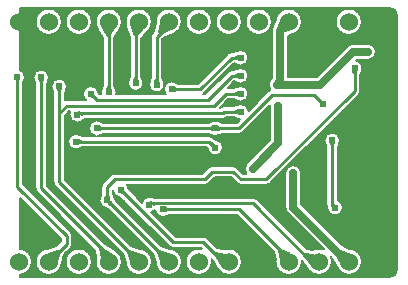
<source format=gbl>
G04 Layer: BottomLayer*
G04 EasyEDA Pro v1.7.31, 2022-10-01 17:20:27*
G04 Gerber Generator version 0.3*
G04 Scale: 100 percent, Rotated: No, Reflected: No*
G04 Dimensions in millimeters*
G04 Leading zeros omitted, absolute positions, 3 integers and 3 decimals*
%FSLAX33Y33*%
%MOMM*%
%ADD999C,0.2032*%
%ADD10C,1.524*%
%ADD11C,0.610001*%
%ADD12C,0.254*%
%ADD13C,0.635*%
G75*


G04 Copper Start*
G36*
G01X41679Y3988D02*
G02X41097Y3406I-582J0D01*
G01X9754D01*
G01Y3584D01*
G03X10772Y4699I-102J1115D01*
G03X9754Y5814I-1120J0D01*
G01Y10134D01*
G01X13231Y6657D01*
G01Y6424D01*
G01X12831Y6024D01*
G01X12080Y5814D01*
G03X11072Y4699I112J-1115D01*
G03X12192Y3579I1120J0D01*
G03X13307Y4587I0J1120D01*
G01X13517Y5338D01*
G01X14059Y5880D01*
G03X14201Y6223I-343J343D01*
G01Y6858D01*
G03X14059Y7201I-485J0D01*
G01X10010Y11250D01*
G01Y19868D01*
G03X10188Y20320I-485J452D01*
G03X9754Y20942I-663J0D01*
G01Y26185D01*
G01X41097D01*
G02X41679Y25603I0J-582D01*
G01Y3988D01*
G37*
%LPC*%
G36*
G01X19812Y3579D02*
G03X20932Y4699I0J1120D01*
G03X19924Y5814I-1120J0D01*
G01X19173Y6024D01*
G01X13566Y11631D01*
G01Y17071D01*
G01X13917Y17422D01*
G01X14002D01*
G03X13942Y17145I603J-277D01*
G03X14605Y16482I663J0D01*
G03X15126Y16735I0J663D01*
G01X15248Y16787D01*
G01X26924D01*
G03X27251Y16914I0J485D01*
G01X27873D01*
G01X28080Y16848D01*
G03X28373Y16740I368J551D01*
G01X28120Y16487D01*
G01X26864D01*
G01X26657Y16553D01*
G03X26289Y16665I-368J-551D01*
G03X25921Y16553I0J-663D01*
G01X25714Y16487D01*
G01X16831D01*
G01X16624Y16553D01*
G03X16256Y16665I-368J-551D01*
G03X15593Y16002I0J-663D01*
G03X16172Y15344I663J0D01*
G01X15053D01*
G01X14846Y15410D01*
G03X14478Y15522I-368J-551D01*
G03X13815Y14859I0J-663D01*
G03X14478Y14196I663J0D01*
G03X14846Y14308I0J663D01*
G01X15053Y14374D01*
G01X25560D01*
G01X25639Y14222D01*
G03X26289Y13688I650J129D01*
G03X26952Y14351I0J663D01*
G03X26418Y15001I-663J0D01*
G01X26226Y15100D01*
G01X26124Y15202D01*
G03X25781Y15344I-343J-343D01*
G01X16340D01*
G03X16624Y15451I-84J658D01*
G01X16831Y15517D01*
G01X25714D01*
G01X25921Y15451D01*
G03X26289Y15339I368J551D01*
G03X26657Y15451I0J663D01*
G01X26864Y15517D01*
G01X28321D01*
G03X28664Y15659I0J485D01*
G01X30948Y17943D01*
G03X30947Y17907I675J-36D01*
G01Y15012D01*
G01X28986Y13051D01*
G03X28788Y12573I478J-478D01*
G03X28922Y12169I676J0D01*
G01X28649D01*
G01X28156Y12662D01*
G03X27813Y12804I-343J-343D01*
G01X26035D01*
G03X25692Y12662I0J-485D01*
G01X25199Y12169D01*
G01X17780D01*
G03X17437Y12027I0J-485D01*
G01X16802Y11392D01*
G03X16660Y11049I343J-343D01*
G01Y10481D01*
G01X16594Y10274D01*
G03X16482Y9906I551J-368D01*
G03X17016Y9256I663J0D01*
G01X17208Y9157D01*
G01X21027Y5338D01*
G01X21237Y4587D01*
G03X22352Y3579I1115J112D01*
G03X23472Y4699I0J1120D01*
G03X22464Y5814I-1120J0D01*
G01X21713Y6024D01*
G01X17894Y9843D01*
G01X17795Y10035D01*
G03X17696Y10274I-650J-129D01*
G01X17630Y10481D01*
G01Y10711D01*
G03X18159Y10145I658J84D01*
G01X18351Y10046D01*
G01X22390Y6007D01*
G03X22733Y5865I343J343D01*
G01X25072D01*
G01X25147Y5790D01*
G03X24892Y5819I-255J-1091D01*
G03X23772Y4699I0J-1120D01*
G03X24892Y3579I1120J0D01*
G03X26012Y4699I0J1120D01*
G03X25990Y4920I-1120J0D01*
G01X26468Y4128D01*
G01X26479Y4110D01*
G03X27432Y3579I953J589D01*
G03X28552Y4699I0J1120D01*
G03X27432Y5819I-1120J0D01*
G03X27068Y5758I0J-1120D01*
G01X26482Y5827D01*
G01X25616Y6693D01*
G03X25273Y6835I-343J-343D01*
G01X22934D01*
G01X20882Y8887D01*
G03X21185Y9072I-181J638D01*
G03X21844Y8481I659J72D01*
G03X22212Y8593I0J663D01*
G01X22419Y8659D01*
G01X28120D01*
G01X31282Y5497D01*
G01X31399Y4826D01*
G03X31392Y4699I1113J-127D01*
G03X32512Y3579I1120J0D01*
G03X33632Y4699I0J1120D01*
G03X33630Y4762I-1120J0D01*
G01X34106Y4099D01*
G03X34190Y3984I946J600D01*
G03X35052Y3579I862J715D01*
G03X36172Y4699I0J1120D01*
G03X36091Y5117I-1120J0D01*
G01X36129Y5079D01*
G01X36504Y4431D01*
G03X37592Y3579I1088J268D01*
G03X38712Y4699I0J1120D01*
G03X37627Y5819I-1120J0D01*
G01X37020Y6100D01*
G01X33569Y9551D01*
G01Y12206D01*
G03X32893Y12882I-676J0D01*
G01X32879D01*
G03X32203Y12206I0J-676D01*
G03X32217Y12069I676J0D01*
G01Y9271D01*
G03X32415Y8793I676J0D01*
G01X35470Y5738D01*
G03X35052Y5819I-418J-1039D01*
G03X34572Y5711I0J-1120D01*
G01X34023Y5779D01*
G01X29807Y9995D01*
G03X29464Y10137I-343J-343D01*
G01X21174D01*
G01X20854Y10170D01*
G03X20701Y10188I-153J-645D01*
G03X20063Y9706I0J-663D01*
G01X19037Y10732D01*
G01X18938Y10924D01*
G03X18814Y11199I-650J-129D01*
G01X25400D01*
G03X25743Y11341I0J485D01*
G01X26236Y11834D01*
G01X27612D01*
G01X28105Y11341D01*
G03X28448Y11199I343J343D01*
G01X30607D01*
G03X30950Y11341I0J485D01*
G01X38443Y18834D01*
G03X38585Y19177I-343J343D01*
G01Y20507D01*
G01X38651Y20714D01*
G03X38763Y21082I-551J368D01*
G03X38189Y21739I-663J0D01*
G01X38253Y21803D01*
G01X39243D01*
G03X39919Y22479I0J676D01*
G03X39243Y23155I-676J0D01*
G01X37973D01*
G03X37495Y22957I0J-676D01*
G01X34899Y20361D01*
G01X32426D01*
G01Y23823D01*
G01X32642Y23906D01*
G03X33632Y25019I-130J1113D01*
G03X32512Y26139I-1120J0D01*
G03X31399Y25149I0J-1120D01*
G01X31213Y24668D01*
G03X31074Y24257I537J-411D01*
G01Y20248D01*
G01X31006Y20180D01*
G03X30808Y19702I478J-478D01*
G03X30973Y19260I676J0D01*
G03X30772Y19139I142J-464D01*
G01X29107Y17474D01*
G03X28448Y18062I-659J-75D01*
G03X28080Y17950I0J-663D01*
G01X27873Y17884D01*
G01X27051D01*
G03X26724Y17757I0J-485D01*
G01X26698D01*
G01X27379Y18438D01*
G01X27873D01*
G01X28080Y18372D01*
G03X28448Y18260I368J551D01*
G03X29111Y18923I0J663D01*
G03X28448Y19586I-663J0D01*
G03X28080Y19474I0J-663D01*
G01X27873Y19408D01*
G01X27333D01*
G01X27884Y19959D01*
G01X28080Y19896D01*
G03X28448Y19784I368J551D01*
G03X29111Y20447I0J663D01*
G03X28448Y21110I-663J0D01*
G03X28080Y20998I0J-663D01*
G01X27873Y20932D01*
G01X27686D01*
G03X27343Y20790I0J-485D01*
G01X25453Y18900D01*
G01X25288D01*
G03X25362Y18961I-269J404D01*
G01X27884Y21483D01*
G01X28080Y21420D01*
G03X28448Y21308I368J551D01*
G03X29111Y21971I0J663D01*
G03X28448Y22634I-663J0D01*
G03X28080Y22522I0J-663D01*
G01X27873Y22456D01*
G01X27686D01*
G03X27343Y22314I0J-485D01*
G01X24818Y19789D01*
G01X23181D01*
G01X22974Y19855D01*
G03X22606Y19967I-368J-551D01*
G03X21975Y19509I0J-663D01*
G03X21999Y19685I-639J176D01*
G03X21887Y20053I-663J0D01*
G01X21821Y20260D01*
G01Y23548D01*
G01X21883Y23609D01*
G01X22702Y23955D01*
G03X23472Y25019I-350J1064D01*
G03X22352Y26139I-1120J0D01*
G03X21232Y25019I0J-1120D01*
G03X21239Y24892I1120J0D01*
G01X21122Y24221D01*
G01X20993Y24092D01*
G03X20851Y23749I343J-343D01*
G01Y20260D01*
G01X20785Y20053D01*
G03X20673Y19685I551J-368D01*
G03X21336Y19022I663J0D01*
G03X21967Y19480I0J663D01*
G03X21943Y19304I639J-176D01*
G03X22080Y18900I663J0D01*
G01X17918D01*
G03X17935Y19050I-646J150D01*
G03X17823Y19418I-663J0D01*
G01X17757Y19625D01*
G01Y23630D01*
G01X18139Y24310D01*
G03X18392Y25019I-867J709D01*
G03X17272Y26139I-1120J0D01*
G03X16152Y25019I0J-1120D01*
G03X16405Y24310I1120J0D01*
G01X16787Y23630D01*
G01Y19625D01*
G01X16721Y19418D01*
G03X16609Y19050I551J-368D01*
G03X16626Y18900I663J0D01*
G01X16477D01*
G01X16398Y19052D01*
G03X15748Y19586I-650J-129D01*
G03X15085Y18923I0J-663D01*
G03X15351Y18392I663J0D01*
G01X13716D01*
G03X13566Y18368I0J-485D01*
G01Y18983D01*
G01X13632Y19190D01*
G03X13744Y19558I-551J368D01*
G03X13081Y20221I-663J0D01*
G03X12418Y19558I0J-663D01*
G03X12530Y19190I663J0D01*
G01X12596Y18983D01*
G01Y17272D01*
G01Y11430D01*
G03X12738Y11087I485J0D01*
G01X18487Y5338D01*
G01X18697Y4587D01*
G03X19812Y3579I1115J112D01*
G37*
G36*
G01X17272Y3579D02*
G03X18392Y4699I0J1120D01*
G03X17861Y5652I-1120J0D01*
G01X17843Y5663D01*
G01X16983Y6182D01*
G01X12042Y11123D01*
G01Y19745D01*
G01X12108Y19952D01*
G03X12220Y20320I-551J368D01*
G03X11557Y20983I-663J0D01*
G03X10894Y20320I0J-663D01*
G03X11006Y19952I663J0D01*
G01X11072Y19745D01*
G01Y10922D01*
G03X11214Y10579I485J0D01*
G01X16144Y5649D01*
G01X16213Y5063D01*
G03X16152Y4699I1059J-364D01*
G03X17272Y3579I1120J0D01*
G37*
G36*
G01X19558Y19149D02*
G03X20221Y19812I0J663D01*
G03X20109Y20180I-663J0D01*
G01X20043Y20387D01*
G01Y23570D01*
G01X20428Y24084D01*
G03X20932Y25019I-616J935D01*
G03X19812Y26139I-1120J0D01*
G03X18692Y25019I0J-1120D01*
G03X18769Y24610I1120J0D01*
G01X19073Y23720D01*
G01Y20387D01*
G01X19007Y20180D01*
G03X18895Y19812I551J-368D01*
G03X19558Y19149I663J0D01*
G37*
G36*
G01X35790Y9198D02*
G03X36449Y8608I659J73D01*
G03X37112Y9271I0J663D01*
G03X36680Y9893I-663J0D01*
G01Y14411D01*
G01X36746Y14618D01*
G03X36858Y14986I-551J368D01*
G03X36195Y15649I-663J0D01*
G03X35532Y14986I0J-663D01*
G03X35644Y14618I663J0D01*
G01X35710Y14411D01*
G01Y9525D01*
G03X35770Y9291I485J0D01*
G01X35790Y9198D01*
G37*
G36*
G01X13612Y4699D02*
G03X14732Y3579I1120J0D01*
G03X15852Y4699I0J1120D01*
G03X14732Y5819I-1120J0D01*
G03X13612Y4699I0J-1120D01*
G37*
G36*
G01X12192Y23899D02*
G03X13312Y25019I0J1120D01*
G03X12192Y26139I-1120J0D01*
G03X11072Y25019I0J-1120D01*
G03X12192Y23899I1120J0D01*
G37*
G36*
G01X37592Y23899D02*
G03X38712Y25019I0J1120D01*
G03X37592Y26139I-1120J0D01*
G03X36472Y25019I0J-1120D01*
G03X37592Y23899I1120J0D01*
G37*
G36*
G01X28852Y25019D02*
G03X29972Y23899I1120J0D01*
G03X31092Y25019I0J1120D01*
G03X29972Y26139I-1120J0D01*
G03X28852Y25019I0J-1120D01*
G37*
G36*
G01X24892Y23899D02*
G03X26012Y25019I0J1120D01*
G03X24892Y26139I-1120J0D01*
G03X23772Y25019I0J-1120D01*
G03X24892Y23899I1120J0D01*
G37*
G36*
G01X14732Y23899D02*
G03X15852Y25019I0J1120D01*
G03X14732Y26139I-1120J0D01*
G03X13612Y25019I0J-1120D01*
G03X14732Y23899I1120J0D01*
G37*
G36*
G01X26312Y25019D02*
G03X27432Y23899I1120J0D01*
G03X28552Y25019I0J1120D01*
G03X27432Y26139I-1120J0D01*
G03X26312Y25019I0J-1120D01*
G37*
%LPD*%
G54D999*
G01X41679Y3988D02*
G02X41097Y3406I-582J0D01*
G01X9754D01*
G01Y3584D01*
G03X10772Y4699I-102J1115D01*
G03X9754Y5814I-1120J0D01*
G01Y10134D01*
G01X13231Y6657D01*
G01Y6424D01*
G01X12831Y6024D01*
G01X12080Y5814D01*
G03X11072Y4699I112J-1115D01*
G03X12192Y3579I1120J0D01*
G03X13307Y4587I0J1120D01*
G01X13517Y5338D01*
G01X14059Y5880D01*
G03X14201Y6223I-343J343D01*
G01Y6858D01*
G03X14059Y7201I-485J0D01*
G01X10010Y11250D01*
G01Y19868D01*
G03X10188Y20320I-485J452D01*
G03X9754Y20942I-663J0D01*
G01Y26185D01*
G01X41097D01*
G02X41679Y25603I0J-582D01*
G01Y3988D01*
G01X19812Y3579D02*
G03X20932Y4699I0J1120D01*
G03X19924Y5814I-1120J0D01*
G01X19173Y6024D01*
G01X13566Y11631D01*
G01Y17071D01*
G01X13917Y17422D01*
G01X14002D01*
G03X13942Y17145I603J-277D01*
G03X14605Y16482I663J0D01*
G03X15126Y16735I0J663D01*
G01X15248Y16787D01*
G01X26924D01*
G03X27251Y16914I0J485D01*
G01X27873D01*
G01X28080Y16848D01*
G03X28373Y16740I368J551D01*
G01X28120Y16487D01*
G01X26864D01*
G01X26657Y16553D01*
G03X26289Y16665I-368J-551D01*
G03X25921Y16553I0J-663D01*
G01X25714Y16487D01*
G01X16831D01*
G01X16624Y16553D01*
G03X16256Y16665I-368J-551D01*
G03X15593Y16002I0J-663D01*
G03X16172Y15344I663J0D01*
G01X15053D01*
G01X14846Y15410D01*
G03X14478Y15522I-368J-551D01*
G03X13815Y14859I0J-663D01*
G03X14478Y14196I663J0D01*
G03X14846Y14308I0J663D01*
G01X15053Y14374D01*
G01X25560D01*
G01X25639Y14222D01*
G03X26289Y13688I650J129D01*
G03X26952Y14351I0J663D01*
G03X26418Y15001I-663J0D01*
G01X26226Y15100D01*
G01X26124Y15202D01*
G03X25781Y15344I-343J-343D01*
G01X16340D01*
G03X16624Y15451I-84J658D01*
G01X16831Y15517D01*
G01X25714D01*
G01X25921Y15451D01*
G03X26289Y15339I368J551D01*
G03X26657Y15451I0J663D01*
G01X26864Y15517D01*
G01X28321D01*
G03X28664Y15659I0J485D01*
G01X30948Y17943D01*
G03X30947Y17907I675J-36D01*
G01Y15012D01*
G01X28986Y13051D01*
G03X28788Y12573I478J-478D01*
G03X28922Y12169I676J0D01*
G01X28649D01*
G01X28156Y12662D01*
G03X27813Y12804I-343J-343D01*
G01X26035D01*
G03X25692Y12662I0J-485D01*
G01X25199Y12169D01*
G01X17780D01*
G03X17437Y12027I0J-485D01*
G01X16802Y11392D01*
G03X16660Y11049I343J-343D01*
G01Y10481D01*
G01X16594Y10274D01*
G03X16482Y9906I551J-368D01*
G03X17016Y9256I663J0D01*
G01X17208Y9157D01*
G01X21027Y5338D01*
G01X21237Y4587D01*
G03X22352Y3579I1115J112D01*
G03X23472Y4699I0J1120D01*
G03X22464Y5814I-1120J0D01*
G01X21713Y6024D01*
G01X17894Y9843D01*
G01X17795Y10035D01*
G03X17696Y10274I-650J-129D01*
G01X17630Y10481D01*
G01Y10711D01*
G03X18159Y10145I658J84D01*
G01X18351Y10046D01*
G01X22390Y6007D01*
G03X22733Y5865I343J343D01*
G01X25072D01*
G01X25147Y5790D01*
G03X24892Y5819I-255J-1091D01*
G03X23772Y4699I0J-1120D01*
G03X24892Y3579I1120J0D01*
G03X26012Y4699I0J1120D01*
G03X25990Y4920I-1120J0D01*
G01X26468Y4128D01*
G01X26479Y4110D01*
G03X27432Y3579I953J589D01*
G03X28552Y4699I0J1120D01*
G03X27432Y5819I-1120J0D01*
G03X27068Y5758I0J-1120D01*
G01X26482Y5827D01*
G01X25616Y6693D01*
G03X25273Y6835I-343J-343D01*
G01X22934D01*
G01X20882Y8887D01*
G03X21185Y9072I-181J638D01*
G03X21844Y8481I659J72D01*
G03X22212Y8593I0J663D01*
G01X22419Y8659D01*
G01X28120D01*
G01X31282Y5497D01*
G01X31399Y4826D01*
G03X31392Y4699I1113J-127D01*
G03X32512Y3579I1120J0D01*
G03X33632Y4699I0J1120D01*
G03X33630Y4762I-1120J0D01*
G01X34106Y4099D01*
G03X34190Y3984I946J600D01*
G03X35052Y3579I862J715D01*
G03X36172Y4699I0J1120D01*
G03X36091Y5117I-1120J0D01*
G01X36129Y5079D01*
G01X36504Y4431D01*
G03X37592Y3579I1088J268D01*
G03X38712Y4699I0J1120D01*
G03X37627Y5819I-1120J0D01*
G01X37020Y6100D01*
G01X33569Y9551D01*
G01Y12206D01*
G03X32893Y12882I-676J0D01*
G01X32879D01*
G03X32203Y12206I0J-676D01*
G03X32217Y12069I676J0D01*
G01Y9271D01*
G03X32415Y8793I676J0D01*
G01X35470Y5738D01*
G03X35052Y5819I-418J-1039D01*
G03X34572Y5711I0J-1120D01*
G01X34023Y5779D01*
G01X29807Y9995D01*
G03X29464Y10137I-343J-343D01*
G01X21174D01*
G01X20854Y10170D01*
G03X20701Y10188I-153J-645D01*
G03X20063Y9706I0J-663D01*
G01X19037Y10732D01*
G01X18938Y10924D01*
G03X18814Y11199I-650J-129D01*
G01X25400D01*
G03X25743Y11341I0J485D01*
G01X26236Y11834D01*
G01X27612D01*
G01X28105Y11341D01*
G03X28448Y11199I343J343D01*
G01X30607D01*
G03X30950Y11341I0J485D01*
G01X38443Y18834D01*
G03X38585Y19177I-343J343D01*
G01Y20507D01*
G01X38651Y20714D01*
G03X38763Y21082I-551J368D01*
G03X38189Y21739I-663J0D01*
G01X38253Y21803D01*
G01X39243D01*
G03X39919Y22479I0J676D01*
G03X39243Y23155I-676J0D01*
G01X37973D01*
G03X37495Y22957I0J-676D01*
G01X34899Y20361D01*
G01X32426D01*
G01Y23823D01*
G01X32642Y23906D01*
G03X33632Y25019I-130J1113D01*
G03X32512Y26139I-1120J0D01*
G03X31399Y25149I0J-1120D01*
G01X31213Y24668D01*
G03X31074Y24257I537J-411D01*
G01Y20248D01*
G01X31006Y20180D01*
G03X30808Y19702I478J-478D01*
G03X30973Y19260I676J0D01*
G03X30772Y19139I142J-464D01*
G01X29107Y17474D01*
G03X28448Y18062I-659J-75D01*
G03X28080Y17950I0J-663D01*
G01X27873Y17884D01*
G01X27051D01*
G03X26724Y17757I0J-485D01*
G01X26698D01*
G01X27379Y18438D01*
G01X27873D01*
G01X28080Y18372D01*
G03X28448Y18260I368J551D01*
G03X29111Y18923I0J663D01*
G03X28448Y19586I-663J0D01*
G03X28080Y19474I0J-663D01*
G01X27873Y19408D01*
G01X27333D01*
G01X27884Y19959D01*
G01X28080Y19896D01*
G03X28448Y19784I368J551D01*
G03X29111Y20447I0J663D01*
G03X28448Y21110I-663J0D01*
G03X28080Y20998I0J-663D01*
G01X27873Y20932D01*
G01X27686D01*
G03X27343Y20790I0J-485D01*
G01X25453Y18900D01*
G01X25288D01*
G03X25362Y18961I-269J404D01*
G01X27884Y21483D01*
G01X28080Y21420D01*
G03X28448Y21308I368J551D01*
G03X29111Y21971I0J663D01*
G03X28448Y22634I-663J0D01*
G03X28080Y22522I0J-663D01*
G01X27873Y22456D01*
G01X27686D01*
G03X27343Y22314I0J-485D01*
G01X24818Y19789D01*
G01X23181D01*
G01X22974Y19855D01*
G03X22606Y19967I-368J-551D01*
G03X21975Y19509I0J-663D01*
G03X21999Y19685I-639J176D01*
G03X21887Y20053I-663J0D01*
G01X21821Y20260D01*
G01Y23548D01*
G01X21883Y23609D01*
G01X22702Y23955D01*
G03X23472Y25019I-350J1064D01*
G03X22352Y26139I-1120J0D01*
G03X21232Y25019I0J-1120D01*
G03X21239Y24892I1120J0D01*
G01X21122Y24221D01*
G01X20993Y24092D01*
G03X20851Y23749I343J-343D01*
G01Y20260D01*
G01X20785Y20053D01*
G03X20673Y19685I551J-368D01*
G03X21336Y19022I663J0D01*
G03X21967Y19480I0J663D01*
G03X21943Y19304I639J-176D01*
G03X22080Y18900I663J0D01*
G01X17918D01*
G03X17935Y19050I-646J150D01*
G03X17823Y19418I-663J0D01*
G01X17757Y19625D01*
G01Y23630D01*
G01X18139Y24310D01*
G03X18392Y25019I-867J709D01*
G03X17272Y26139I-1120J0D01*
G03X16152Y25019I0J-1120D01*
G03X16405Y24310I1120J0D01*
G01X16787Y23630D01*
G01Y19625D01*
G01X16721Y19418D01*
G03X16609Y19050I551J-368D01*
G03X16626Y18900I663J0D01*
G01X16477D01*
G01X16398Y19052D01*
G03X15748Y19586I-650J-129D01*
G03X15085Y18923I0J-663D01*
G03X15351Y18392I663J0D01*
G01X13716D01*
G03X13566Y18368I0J-485D01*
G01Y18983D01*
G01X13632Y19190D01*
G03X13744Y19558I-551J368D01*
G03X13081Y20221I-663J0D01*
G03X12418Y19558I0J-663D01*
G03X12530Y19190I663J0D01*
G01X12596Y18983D01*
G01Y17272D01*
G01Y11430D01*
G03X12738Y11087I485J0D01*
G01X18487Y5338D01*
G01X18697Y4587D01*
G03X19812Y3579I1115J112D01*
G01X17272Y3579D02*
G03X18392Y4699I0J1120D01*
G03X17861Y5652I-1120J0D01*
G01X17843Y5663D01*
G01X16983Y6182D01*
G01X12042Y11123D01*
G01Y19745D01*
G01X12108Y19952D01*
G03X12220Y20320I-551J368D01*
G03X11557Y20983I-663J0D01*
G03X10894Y20320I0J-663D01*
G03X11006Y19952I663J0D01*
G01X11072Y19745D01*
G01Y10922D01*
G03X11214Y10579I485J0D01*
G01X16144Y5649D01*
G01X16213Y5063D01*
G03X16152Y4699I1059J-364D01*
G03X17272Y3579I1120J0D01*
G01X19558Y19149D02*
G03X20221Y19812I0J663D01*
G03X20109Y20180I-663J0D01*
G01X20043Y20387D01*
G01Y23570D01*
G01X20428Y24084D01*
G03X20932Y25019I-616J935D01*
G03X19812Y26139I-1120J0D01*
G03X18692Y25019I0J-1120D01*
G03X18769Y24610I1120J0D01*
G01X19073Y23720D01*
G01Y20387D01*
G01X19007Y20180D01*
G03X18895Y19812I551J-368D01*
G03X19558Y19149I663J0D01*
G01X35790Y9198D02*
G03X36449Y8608I659J73D01*
G03X37112Y9271I0J663D01*
G03X36680Y9893I-663J0D01*
G01Y14411D01*
G01X36746Y14618D01*
G03X36858Y14986I-551J368D01*
G03X36195Y15649I-663J0D01*
G03X35532Y14986I0J-663D01*
G03X35644Y14618I663J0D01*
G01X35710Y14411D01*
G01Y9525D01*
G03X35770Y9291I485J0D01*
G01X35790Y9198D01*
G01X13612Y4699D02*
G03X14732Y3579I1120J0D01*
G03X15852Y4699I0J1120D01*
G03X14732Y5819I-1120J0D01*
G03X13612Y4699I0J-1120D01*
G01X12192Y23899D02*
G03X13312Y25019I0J1120D01*
G03X12192Y26139I-1120J0D01*
G03X11072Y25019I0J-1120D01*
G03X12192Y23899I1120J0D01*
G01X37592Y23899D02*
G03X38712Y25019I0J1120D01*
G03X37592Y26139I-1120J0D01*
G03X36472Y25019I0J-1120D01*
G03X37592Y23899I1120J0D01*
G01X28852Y25019D02*
G03X29972Y23899I1120J0D01*
G03X31092Y25019I0J1120D01*
G03X29972Y26139I-1120J0D01*
G03X28852Y25019I0J-1120D01*
G01X24892Y23899D02*
G03X26012Y25019I0J1120D01*
G03X24892Y26139I-1120J0D01*
G03X23772Y25019I0J-1120D01*
G03X24892Y23899I1120J0D01*
G01X14732Y23899D02*
G03X15852Y25019I0J1120D01*
G03X14732Y26139I-1120J0D01*
G03X13612Y25019I0J-1120D01*
G03X14732Y23899I1120J0D01*
G01X26312Y25019D02*
G03X27432Y23899I1120J0D01*
G03X28552Y25019I0J1120D01*
G03X27432Y26139I-1120J0D01*
G03X26312Y25019I0J-1120D01*
G04 Copper End*

G04 Tear Start*
G36*
G01X17673Y5347D02*
G01X16761Y5898D01*
G01X16485Y5814D01*
G01X16579Y5015D01*
G01X17673Y5347D01*
G37*
G36*
G01X12953Y4651D02*
G01X13198Y5525D01*
G01X13018Y5705D01*
G01X12144Y5460D01*
G01X12953Y4651D01*
G37*
G36*
G01X19860Y5460D02*
G01X18986Y5705D01*
G01X18806Y5525D01*
G01X19051Y4651D01*
G01X19860Y5460D01*
G37*
G36*
G01X22400Y5460D02*
G01X21526Y5705D01*
G01X21346Y5525D01*
G01X21591Y4651D01*
G01X22400Y5460D01*
G37*
G36*
G01X27116Y5392D02*
G01X26317Y5486D01*
G01X26233Y5210D01*
G01X26784Y4298D01*
G01X27116Y5392D01*
G37*
G36*
G01X34642Y5342D02*
G01X33857Y5439D01*
G01X33808Y5128D01*
G01X34466Y4212D01*
G01X34642Y5342D01*
G37*
G36*
G01X37550Y5460D02*
G01X36811Y5802D01*
G01X36416Y5299D01*
G01X36842Y4562D01*
G01X37550Y5460D01*
G37*
G36*
G01X32738Y5427D02*
G01X31839Y5806D01*
G01X31616Y5670D01*
G01X31762Y4832D01*
G01X32738Y5427D01*
G37*
G36*
G01X19105Y24734D02*
G01X19431Y23780D01*
G01X19685Y23690D01*
G01X20183Y24353D01*
G01X19105Y24734D01*
G37*
G36*
G01X21602Y24886D02*
G01X21456Y24048D01*
G01X21679Y23912D01*
G01X22578Y24291D01*
G01X21602Y24886D01*
G37*
G36*
G01X31751Y25067D02*
G01X31525Y24482D01*
G01X31975Y24032D01*
G01X32560Y24258D01*
G01X31751Y25067D01*
G37*
G36*
G01X16701Y24515D02*
G01X17145Y23724D01*
G01X17399D01*
G01X17844Y24515D01*
G01X16701D01*
G37*
G36*
G01X11328Y20118D02*
G01X11430Y19801D01*
G01X11684D01*
G01X11786Y20118D01*
G01X11328D01*
G37*
G36*
G01X12852Y19356D02*
G01X12954Y19039D01*
G01X13208D01*
G01X13310Y19356D01*
G01X12852D01*
G37*
G36*
G01X28246Y20676D02*
G01X27929Y20574D01*
G01Y20320D01*
G01X28246Y20218D01*
G01Y20676D01*
G37*
G36*
G01X28246Y22200D02*
G01X27929Y22098D01*
G01Y21844D01*
G01X28246Y21742D01*
G01Y22200D01*
G37*
G36*
G01X22808Y19075D02*
G01X23125Y19177D01*
G01Y19431D01*
G01X22808Y19533D01*
G01Y19075D01*
G37*
G36*
G01X28246Y17628D02*
G01X27929Y17526D01*
G01Y17272D01*
G01X28246Y17170D01*
G01Y17628D01*
G37*
G36*
G01X26308Y14655D02*
G01X26012Y14807D01*
G01X25833Y14628D01*
G01X25985Y14332D01*
G01X26308Y14655D01*
G37*
G36*
G01X26087Y16231D02*
G01X25770Y16129D01*
G01Y15875D01*
G01X26087Y15773D01*
G01Y16231D01*
G37*
G36*
G01X26491Y15773D02*
G01X26808Y15875D01*
G01Y16129D01*
G01X26491Y16231D01*
G01Y15773D01*
G37*
G36*
G01X14884Y17021D02*
G01X15175Y17145D01*
G01X15059Y17399D01*
G01X14693Y17437D01*
G01X14884Y17021D01*
G37*
G36*
G01X16458Y15773D02*
G01X16775Y15875D01*
G01Y16129D01*
G01X16458Y16231D01*
G01Y15773D01*
G37*
G36*
G01X14680Y14630D02*
G01X14997Y14732D01*
G01Y14986D01*
G01X14680Y15088D01*
G01Y14630D01*
G37*
G36*
G01X17374Y10108D02*
G01X17272Y10425D01*
G01X17018D01*
G01X16916Y10108D01*
G01X17374D01*
G37*
G36*
G01X17126Y9602D02*
G01X17422Y9450D01*
G01X17601Y9629D01*
G01X17449Y9925D01*
G01X17126Y9602D01*
G37*
G36*
G01X28246Y19152D02*
G01X27929Y19050D01*
G01Y18796D01*
G01X28246Y18694D01*
G01Y19152D01*
G37*
G36*
G01X18269Y10491D02*
G01X18565Y10339D01*
G01X18744Y10518D01*
G01X18592Y10814D01*
G01X18269Y10491D01*
G37*
G36*
G01X35452Y18338D02*
G01X35156Y18490D01*
G01X34977Y18311D01*
G01X35129Y18015D01*
G01X35452Y18338D01*
G37*
G36*
G01X36468Y9575D02*
G01X36285Y9615D01*
G01X36105Y9435D01*
G01X36145Y9252D01*
G01X36468Y9575D01*
G37*
G36*
G01X35966Y14784D02*
G01X36068Y14467D01*
G01X36322D01*
G01X36424Y14784D01*
G01X35966D01*
G37*
G36*
G01X37871Y20880D02*
G01X37973Y20563D01*
G01X38227D01*
G01X38329Y20880D01*
G01X37871D01*
G37*
G36*
G01X22046Y8915D02*
G01X22363Y9017D01*
G01Y9271D01*
G01X22046Y9373D01*
G01Y8915D01*
G37*
G36*
G01X20980Y9401D02*
G01X21271Y9525D01*
G01X21155Y9779D01*
G01X20789Y9817D01*
G01X20980Y9401D01*
G37*
G36*
G01X15729Y18619D02*
G01X16025Y18467D01*
G01X16204Y18646D01*
G01X16052Y18942D01*
G01X15729Y18619D01*
G37*
G36*
G01X17501Y19252D02*
G01X17399Y19569D01*
G01X17145D01*
G01X17043Y19252D01*
G01X17501D01*
G37*
G36*
G01X19787Y20014D02*
G01X19685Y20331D01*
G01X19431D01*
G01X19329Y20014D01*
G01X19787D01*
G37*
G36*
G01X21565Y19887D02*
G01X21463Y20204D01*
G01X21209D01*
G01X21107Y19887D01*
G01X21565D01*
G37*
G36*
G01X31488Y10210D02*
G01X31192Y10362D01*
G01X31012Y10183D01*
G01X31164Y9887D01*
G01X31488Y10210D01*
G37*
G36*
G01X26651Y10999D02*
G01X26947Y10847D01*
G01X27126Y11026D01*
G01X26974Y11322D01*
G01X26651Y10999D01*
G37*
G36*
G01X25452Y23216D02*
G01X25273Y23114D01*
G01Y22860D01*
G01X25452Y22758D01*
G01Y23216D01*
G37*
G36*
G01X23545Y20936D02*
G01X23697Y21232D01*
G01X23518Y21411D01*
G01X23222Y21259D01*
G01X23545Y20936D01*
G37*
G04 Tear End*

G04 Pad Start*
G54D10*
G01X14732Y4699D03*
G01X17272Y4699D03*
G01X9652Y4699D03*
G01X12192Y4699D03*
G01X19812Y4699D03*
G01X22352Y4699D03*
G01X24892Y4699D03*
G01X27432Y4699D03*
G01X35052Y4699D03*
G01X14732Y25019D03*
G01X9652Y25019D03*
G01X12192Y25019D03*
G01X37592Y4699D03*
G01X29972Y4699D03*
G01X32512Y4699D03*
G01X19812Y25019D03*
G01X22352Y25019D03*
G01X24892Y25019D03*
G01X27432Y25019D03*
G01X32512Y25019D03*
G01X29972Y25019D03*
G01X17272Y25019D03*
G01X35052Y25019D03*
G01X37592Y25019D03*
G04 Pad End*

G04 Via Start*
G54D11*
G01X9525Y20320D03*
G01X11557Y20320D03*
G01X13081Y19558D03*
G01X28448Y20447D03*
G01X28448Y21971D03*
G01X22606Y19304D03*
G01X28448Y17399D03*
G01X26289Y14351D03*
G01X26289Y16002D03*
G01X14605Y17145D03*
G01X16256Y16002D03*
G01X14478Y14859D03*
G01X17145Y9906D03*
G01X29464Y12573D03*
G01X39243Y22479D03*
G01X28448Y18923D03*
G01X18288Y10795D03*
G01X31623Y17907D03*
G01X35433Y18034D03*
G01X36449Y9271D03*
G01X36195Y14986D03*
G01X35179Y19685D03*
G01X38100Y21082D03*
G01X21844Y9144D03*
G01X20701Y9525D03*
G01X32879Y12206D03*
G01X15748Y18923D03*
G01X17272Y19050D03*
G01X19558Y19812D03*
G01X21336Y19685D03*
G01X31484Y19702D03*
G01X14605Y13208D03*
G01X16256Y13208D03*
G01X14605Y11811D03*
G01X16256Y11811D03*
G01X10795Y18415D03*
G01X12350Y18161D03*
G01X31469Y9906D03*
G01X38735Y15875D03*
G01X38862Y12319D03*
G01X10287Y13220D03*
G01X14478Y18669D03*
G01X27305Y23368D03*
G01X29972Y23368D03*
G01X18415Y9652D03*
G01X18415Y19812D03*
G01X20447Y20574D03*
G01X29083Y6985D03*
G01X33233Y23113D03*
G01X26670Y11303D03*
G01X28575Y15113D03*
G01X25654Y22987D03*
G01X23241Y20955D03*
G01X40894Y23749D03*
G01X39751Y25146D03*
G01X13716Y9779D03*
G01X22352Y12954D03*
G01X19304Y12700D03*
G01X22352Y16637D03*
G01X21463Y10287D03*
G01X14097Y20447D03*
G01X17526Y12573D03*
G04 Via End*

G04 Track Start*
G54D12*
G01X17272Y4699D02*
G01X17272Y5207D01*
G01X13716Y6223D02*
G01X13716Y6858D01*
G01X12192Y4699D02*
G01X13716Y6223D01*
G01X9525Y20320D02*
G01X9525Y11049D01*
G01X13716Y6858D01*
G01X11557Y20320D02*
G01X11557Y10922D01*
G01X17272Y5207D01*
G01X36195Y14986D02*
G01X36195Y9525D01*
G01X36449Y9271D01*
G54D13*
G01X39243Y22479D02*
G01X37973Y22479D01*
G54D12*
G01X28448Y18923D02*
G01X27178Y18923D01*
G54D13*
G01X32879Y12206D02*
G01X32893Y12206D01*
G01X37592Y4699D02*
G01X37465Y4699D01*
G01X32893Y9271D01*
G01Y12206D01*
G54D12*
G01X13081Y11430D02*
G01X19812Y4699D01*
G01X13081Y17272D02*
G01X13081Y11430D01*
G01X28448Y20447D02*
G01X27686Y20447D01*
G01X13081Y19558D02*
G01X13081Y17272D01*
G01X22352Y24765D02*
G01X22352Y25019D01*
G01X16256Y16002D02*
G01X26289Y16002D01*
G01X13081Y17272D02*
G01X13716Y17907D01*
G01X26162D01*
G01X27178Y18923D01*
G01X14478Y14859D02*
G01X25781Y14859D01*
G01X26289Y14351D01*
G01X28448Y21971D02*
G01X27686Y21971D01*
G01X28448Y17399D02*
G01X27051Y17399D01*
G01X35433Y18034D02*
G01X34671Y18796D01*
G01X18288Y10795D02*
G01X22733Y6350D01*
G01X25273Y6350D02*
G01X22733Y6350D01*
G01X17145Y9906D02*
G01X22352Y4699D01*
G01X17145Y9906D02*
G01X17145Y11049D01*
G01X17780Y11684D01*
G01X38100Y21082D02*
G01X38100Y19177D01*
G01X30607Y11684D01*
G01X35052Y4699D02*
G01X34417Y4699D01*
G54D13*
G01X31750Y19968D02*
G01X31484Y19702D01*
G01X31750Y24257D02*
G01X31750Y19968D01*
G01X32512Y25019D02*
G01X31750Y24257D01*
G01X29464Y12573D02*
G01X31623Y14732D01*
G01Y17907D01*
G54D12*
G01X19558Y19812D02*
G01X19558Y24765D01*
G01X19812Y25019D01*
G54D13*
G01X35179Y19685D02*
G01X37973Y22479D01*
G01X35179Y19685D02*
G01X31501Y19685D01*
G01X31484Y19702D01*
G54D12*
G01X25654Y18415D02*
G01X27686Y20447D01*
G01X17272Y19050D02*
G01X17272Y25019D01*
G01X15748Y18923D02*
G01X16256Y18415D01*
G01X25654D01*
G01X27432Y4699D02*
G01X26924Y4699D01*
G01X25273Y6350D02*
G01X26924Y4699D01*
G01X25400Y11684D02*
G01X26035Y12319D01*
G01X27813D01*
G01X28448Y11684D01*
G01X30607Y11684D02*
G01X28448Y11684D01*
G01X25400Y11684D02*
G01X17780Y11684D01*
G01X26670Y11303D02*
G01X27305Y10668D01*
G01X30707Y10668D02*
G01X31469Y9906D01*
G01X27305Y10668D02*
G01X30707Y10668D01*
G01X34671Y18796D02*
G01X31115Y18796D01*
G01X28321Y16002D01*
G01X26289D01*
G01X22606Y19304D02*
G01X25019Y19304D01*
G01X27686Y21971D01*
G01X23241Y20955D02*
G01X25273Y22987D01*
G01X25654D01*
G01X21336Y19685D02*
G01X21336Y23749D01*
G01X22352Y24765D01*
G01X14605Y17145D02*
G01X14732Y17272D01*
G01X26924D01*
G01X27051Y17399D01*
G01X20701Y9525D02*
G01X20828Y9652D01*
G01X29464D01*
G01X34417Y4699D01*
G01X21844Y9144D02*
G01X28321Y9144D01*
G01X32512Y4953D01*
G01Y4699D01*
G04 Track End*

M02*

</source>
